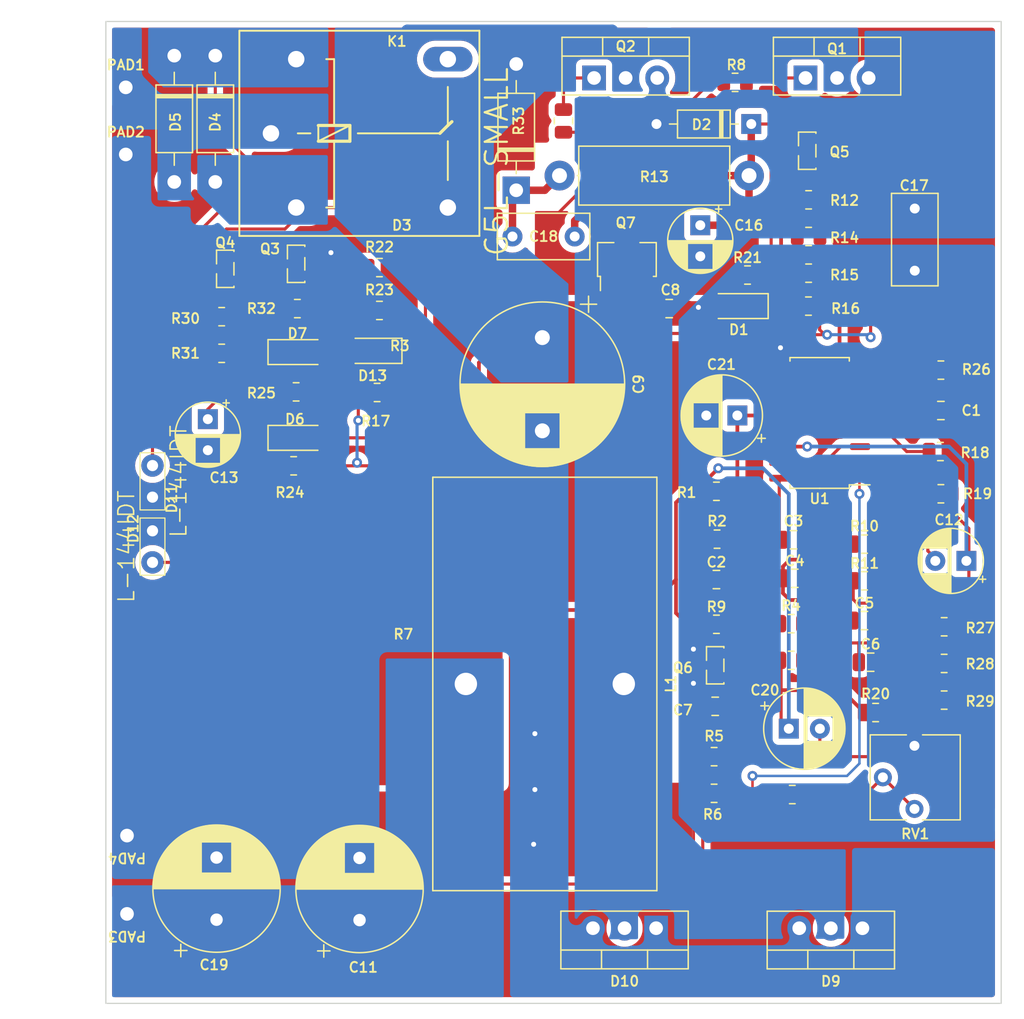
<source format=kicad_pcb>
(kicad_pcb (version 20221018) (generator pcbnew)
  (layers (0 "F.Cu" signal) (31 "B.Cu" signal) (34 "B.Paste" user) (35 "F.Paste" user) (36 "B.SilkS" user "B.Silkscreen") (37 "F.SilkS" user "F.Silkscreen") (38 "B.Mask" user) (39 "F.Mask" user) (44 "Edge.Cuts" user))
  (net 0 "")
  (net 1 "Net-(D6-K)")
  (net 2 "Net-(D4-K)")
  (net 3 "Net-(Q3-C)")
  (net 4 "Net-(Q6-B)")
  (net 6 "Net-(Q6-E)")
  (net 7 "VBUS")
  (net 8 "VCC")
  (net 9 "+VSW")
  (net 10 "Net-(D4-A)")
  (net 11 "GND")
  (net 12 "Net-(U1-CT)")
  (net 13 "FB")
  (net 14 "Net-(C5-Pad2)")
  (net 15 "IN1-")
  (net 16 "Net-(U1-RT)")
  (net 17 "IN1+")
  (net 18 "IN2-")
  (net 19 "IN2+")
  (net 20 "Net-(D12-PadA)")
  (net 21 "Net-(Q3-B)")
  (net 22 "Net-(R7-Pad2)")
  (net 23 "Net-(D7-K)")
  (net 24 "Net-(D13-A)")
  (net 25 "Net-(D13-K)")
  (net 26 "Net-(D11-PadA)")
  (net 27 "Net-(Q1-G)")
  (net 28 "Net-(Q2-G)")
  (net 29 "C2")
  (net 30 "Net-(Q5-B)")
  (net 31 "Net-(Q5-C)")
  (net 32 "Net-(Q7-C)")
  (net 33 "C1")
  (net 34 "L1")
  (net 35 "Net-(D2-K)")
  (net 36 "L2")
  (net 37 "Net-(D3-K)")
  (net 38 "REF")
  (net 39 "Net-(U1-DTC)")
  (net 40 "Net-(R28-Pad2)")
  (net 41 "Net-(D1-K)")
  (footprint "1-Resistor:R_0805_2012Metric" (layer "F.Cu") (at 163.9125 126.9)
    (fp_text reference "R27")
    (fp_text value "R_0805" hide)
  )
  (footprint "1-Resistor:R_0805_2012Metric" (layer "F.Cu") (at 118.3125 108.05)
    (fp_text reference "R17")
    (fp_text value "R_0805" hide)
  )
  (footprint "1-Resistor:R_0805_2012Metric" (layer "F.Cu") (at 163.9125 129.85)
    (fp_text reference "R28")
    (fp_text value "R_0805" hide)
  )
  (footprint "Capacitor_THT:CP_Radial_D10.0mm_P5.00mm" (layer "F.Cu") (at 116.9 150.5 90)
    (fp_text reference "C11")
    (fp_text value "C_Polarized_US")
  )
  (footprint "1-Resistor:R_0805_2012Metric" (layer "F.Cu") (at 153.0125 92.55)
    (fp_text reference "R12")
    (fp_text value "R_0805" hide)
  )
  (footprint "Capacitor_THT:CP_Radial_D5.0mm_P2.50mm" (layer "F.Cu") (at 104.7 110.194888 -90)
    (fp_text reference "C13")
    (fp_text value "C_Polarized_US")
  )
  (footprint "1-Led:LED_3.9x1.9mm" (layer "F.Cu") (at 100.25 115.2 -90)
    (fp_text reference "D11")
    (fp_text value "L-144IDT")
  )
  (footprint "Capacitor_THT:CP_Radial_D10.0mm_P5.00mm" (layer "F.Cu") (at 105.4 150.467677 90)
    (fp_text reference "C19")
    (fp_text value "C_Polarized_US")
  )
  (footprint "1-Transistor:SOT-23-BEC" (layer "F.Cu") (at 106.1 98.1 180)
    (fp_text reference "Q4")
    (fp_text value "NPN_SOT23-3_BEC")
  )
  (footprint "1-Capacitor:C_0805_2012Metric" (layer "F.Cu") (at 163.65 109.5)
    (fp_text reference "C1")
    (fp_text value "C_0805" hide)
  )
  (footprint "1-Led:LED_3.9x1.9mm" (layer "F.Cu") (at 100.25 120.45 90)
    (fp_text reference "D12")
    (fp_text value "L-144IDT")
  )
  (footprint "1-Resistor:R_0805_2012Metric" (layer "F.Cu") (at 118.5 98)
    (fp_text reference "R22")
    (fp_text value "R_0805" hide)
  )
  (footprint "1-Capacitor:C_0805_2012Metric" (layer "F.Cu") (at 145.5 133.3)
    (fp_text reference "C7")
    (fp_text value "C_0805" hide)
  )
  (footprint "1-Resistor:R_0805_2012Metric" (layer "F.Cu") (at 148.1 98.6)
    (fp_text reference "R21")
    (fp_text value "R_0805" hide)
  )
  (footprint "1-Resistor:R_0805_2012Metric" (layer "F.Cu") (at 145.4125 137.35)
    (fp_text reference "R5")
    (fp_text value "R_0805" hide)
  )
  (footprint "Capacitor_THT:CP_Radial_D6.3mm_P2.50mm" (layer "F.Cu") (at 147.282379 109.9 180)
    (fp_text reference "C21")
    (fp_text value "C_Polarized_US")
  )
  (footprint "1-Transistor:SOT-23-BEC" (layer "F.Cu") (at 152.9 88.6 180)
    (fp_text reference "Q5")
    (fp_text value "PNP_SOT-223_BCE")
  )
  (footprint "Diode_SMD:D_SOD-123" (layer "F.Cu") (at 147.4 101.1 180)
    (fp_text reference "D1")
    (fp_text value "1N4148W")
  )
  (footprint "1-Transistor:SOT-23-BEC" (layer "F.Cu") (at 145.5 130 180)
    (fp_text reference "Q6")
    (fp_text value "PNP_SOT-223_BCE")
  )
  (footprint "1-Package_TO_SOT_THT:TO-220-3_Vertical" (layer "F.Cu") (at 152.76 82.745)
    (fp_text reference "Q1")
    (fp_text value "75NF75_TO-220")
  )
  (footprint "1-Resistor:R_0805_2012Metric" (layer "F.Cu") (at 147.1 83.1)
    (fp_text reference "R8")
    (fp_text value "R_0805" hide)
  )
  (footprint "1-Resistor:R_0805_2012Metric" (layer "F.Cu") (at 111.9 101.3)
    (fp_text reference "R32")
    (fp_text value "R_0805" hide)
  )
  (footprint "1-Resistor:R_0805_2012Metric" (layer "F.Cu") (at 158.4 133.8)
    (fp_text reference "R20")
    (fp_text value "R_0805" hide)
  )
  (footprint "1-Resistor:R_0805_2012Metric" (layer "F.Cu") (at 118.5 101.45)
    (fp_text reference "R23")
    (fp_text value "R_0805" hide)
  )
  (footprint "Diode_SMD:D_SOD-123" (layer "F.Cu") (at 111.9 111.7)
    (fp_text reference "D6")
    (fp_text value "1N4148W")
  )
  (footprint "Diode_SMD:D_SMF" (layer "F.Cu") (at 117.95 104.7 180)
    (fp_text reference "D13")
    (fp_text value "BZD27Cxx")
  )
  (footprint "1-Pad:PAD_2.0_1.1" (layer "F.Cu") (at 98.1 88.9)
    (fp_text reference "PAD2")
    (fp_text value "PAD_2.0_1.1")
  )
  (footprint "1-Resistor:R_0805_2012Metric" (layer "F.Cu") (at 153.0125 98.45)
    (fp_text reference "R15")
    (fp_text value "R_0805" hide)
  )
  (footprint "Diode_THT:D_DO-41_SOD81_P10.16mm_Horizontal" (layer "F.Cu") (at 102 80.95 -90)
    (fp_text reference "D5")
    (fp_text value "1N4007")
  )
  (footprint "1-Resistor:R_0805_2012Metric" (layer "F.Cu") (at 151.6125 126.65)
    (fp_text reference "R3")
    (fp_text value "R_0805" hide)
  )
  (footprint "1-Transistor:SOT-23-BEC" (layer "F.Cu") (at 111.8 97.7 180)
    (fp_text reference "Q3")
    (fp_text value "NPN_SOT23-3_BEC")
  )
  (footprint "1-Resistor:R_0805_2012Metric" (layer "F.Cu") (at 145.6 116)
    (fp_text reference "R1")
    (fp_text value "R_0805" hide)
  )
  (footprint "1-Resistor:R_0805_2012Metric" (layer "F.Cu") (at 153.0125 95.5)
    (fp_text reference "R14")
    (fp_text value "R_0805" hide)
  )
  (footprint "Diode_THT:D_DO-41_SOD81_P10.16mm_Horizontal" (layer "F.Cu") (at 105.3 80.95 -90)
    (fp_text reference "D4")
    (fp_text value "1N4007")
  )
  (footprint "1-Resistor:R_0805_2012Metric" (layer "F.Cu") (at 105.8125 101.95)
    (fp_text reference "R30")
    (fp_text value "R_0805" hide)
  )
  (footprint "1-Package_SO:SOIC-16_4.55x10.3mm_P1.27mm" (layer "F.Cu") (at 153.9 110.5 180)
    (fp_text reference "U1")
    (fp_text value "TL494")
  )
  (footprint "1-Resistor:R_0805_2012Metric" (layer "F.Cu") (at 133.3 86.2 90)
    (fp_text reference "R33")
    (fp_text value "R_0805" hide)
  )
  (footprint "1-Resistor:R_Axial_DIN0414_L11.9mm_D4.5mm_P15.24mm_Horizontal_1W" (layer "F.Cu") (at 132.98 90.6)
    (fp_text reference "R13")
    (fp_text value "R_Axial_DIN0414_L11.9mm_D4.5mm_P15.24mm_Horizontal_1W")
  )
  (footprint "1-Package_TO_SOT_THT:TO-220-3_Vertical" (layer "F.Cu") (at 135.76 82.745)
    (fp_text reference "Q2")
    (fp_text value "75NF75_TO-220")
  )
  (footprint "1-Capacitor:C_0805_2012Metric" (layer "F.Cu") (at 157.5 126.4)
    (fp_text reference "C5")
    (fp_text value "C_0805" hide)
  )
  (footprint "1-Resistor:R_0805_2012Metric" (layer "F.Cu") (at 151.6125 129.6)
    (fp_text reference "R4")
    (fp_text value "R_0805" hide)
  )
  (footprint "1-Resistor:R_0805_2012Metric" (layer "F.Cu") (at 145.4125 140.3)
    (fp_text reference "R6")
    (fp_text value "R_0805" hide)
  )
  (footprint "1-Resistor:R_0805_2012Metric" (layer "F.Cu") (at 163.65 106.25)
    (fp_text reference "R26")
    (fp_text value "R_0805" hide)
  )
  (footprint "Capacitor_THT:C_Rect_L7.2mm_W3.5mm_P5.00mm_FKS2_FKP2_MKS2_MKP2" (layer "F.Cu") (at 161.55 93.25 -90)
    (fp_text reference "C17")
    (fp_text value "rect")
  )
  (footprint "1-Capacitor:C_0805_2012Metric" (layer "F.Cu") (at 151.9 123)
    (fp_text reference "C4")
    (fp_text value "C_0805" hide)
  )
  (footprint "1-Resistor:R_0805_2012Metric" (layer "F.Cu") (at 157.5125 123.2)
    (fp_text reference "R11")
    (fp_text value "R_0805" hide)
  )
  (footprint "1-Resistor:Potentiometer_Vishay_T73YP_Vertical" (layer "F.Cu") (at 161.525 136.475 180)
    (fp_text reference "RV1")
    (fp_text value "R_Potentiometer")
  )
  (footprint "1-Resistor:R_0805_2012Metric" (layer "F.Cu") (at 145.6 126.7)
    (fp_text reference "R9")
    (fp_text value "R_0805" hide)
  )
  (footprint "1-Capacitor:C_0805_2012Metric" (layer "F.Cu") (at 158 129.75)
    (fp_text reference "C6")
    (fp_text value "C_0805" hide)
  )
  (footprint "1-Pad:PAD_2.0_1.1" (layer "F.Cu") (at 98.2 143.7 180)
    (fp_text reference "PAD4")
    (fp_text value "PAD_2.0_1.1")
  )
  (footprint "1-Resistor:R_0805_2012Metric" (layer "F.Cu") (at 151.7 140.4)
    (fp_text reference "R7")
    (fp_text value "R_0805" hide)
  )
  (footprint "Capacitor_THT:CP_Radial_D6.3mm_P2.50mm" (layer "F.Cu") (at 151.417621 135.1)
    (fp_text reference "C20")
    (fp_text value "C_Polarized_US")
  )
  (footprint "Diode_SMD:D_SOD-123" (layer "F.Cu") (at 111.9 104.8)
    (fp_text reference "D7")
    (fp_text value "1N4148W")
  )
  (footprint "Capacitor_THT:CP_Radial_D13.0mm_P7.50mm" (layer "F.Cu") (at 131.6 103.634785 -90)
    (fp_text reference "C9")
    (fp_text value "C_Polarized_US")
  )
  (footprint "1-Resistor:R_0805_2012Metric" (layer "F.Cu") (at 111.6 113.95)
    (fp_text reference "R24")
    (fp_text value "R_0805" hide)
  )
  (footprint "1-Resistor:R_0805_2012Metric" (layer "F.Cu") (at 163.65 116.2)
    (fp_text reference "R19")
    (fp_text value "R_0805" hide)
  )
  (footprint "1-Resistor:R_0805_2012Metric" (layer "F.Cu") (at 163.6125 112.8)
    (fp_text reference "R18")
    (fp_text value "R_0805" hide)
  )
  (footprint "1-Resistor:R_0805_2012Metric" (layer "F.Cu") (at 145.65 119.85)
    (fp_text reference "R2")
    (fp_text value "R_0805" hide)
  )
  (footprint "1-Resistor:R_0805_2012Metric" (layer "F.Cu") (at 111.8 108)
    (fp_text reference "R25")
    (fp_text value "R_0805" hide)
  )
  (footprint "Diode_THT:D_DO-41_SOD81_P10.16mm_Horizontal" (layer "F.Cu") (at 129.5 91.78 90)
    (fp_text reference "D3")
    (fp_text value "1N4007")
  )
  (footprint "1-Capacitor:C_0805_2012Metric" (layer "F.Cu") (at 141.8 101.3)
    (fp_text reference "C8")
    (fp_text value "C_0805" hide)
  )
  (footprint "1-Resistor:R_0805_2012Metric" (layer "F.Cu") (at 153 101.1)
    (fp_text reference "R16")
    (fp_text value "R_0805" hide)
  )
  (footprint "Inductor_THT:L_Toroid_Vertical_L33.0mm_W17.8mm_P12.70mm_Pulse_KM-5" (layer "F.Cu") (at 138.15 131.5 -90)
    (fp_text reference "L1")
    (fp_text value "L_Small")
  )
  (footprint "1-Pad:PAD_2.0_1.1" (layer "F.Cu") (at 98.1 83.5)
    (fp_text reference "PAD1")
    (fp_text value "PAD_2.0_1.1")
  )
  (footprint "1-Package_TO_SOT_THT:TO-220-3_Vertical" (layer "F.Cu") (at 140.75 151.15 180)
    (fp_text reference "D10")
    (fp_text value "MBR20100")
  )
  (footprint "1-Resistor:R_0805_2012Metric" (layer "F.Cu") (at 163.9125 132.8 180)
    (fp_text reference "R29")
    (fp_text value "R_0805" hide)
  )
  (footprint "Capacitor_THT:CP_Radial_D5.0mm_P2.50mm" (layer "F.Cu") (at 144.3 94.594888 -90)
    (fp_text reference "C16")
    (fp_text value "C_Polarized_US")
  )
  (footprint "1-Pad:PAD_2.0_1.1" (layer "F.Cu") (at 98.2 150 180)
    (fp_text reference "PAD3")
    (fp_text value "PAD_2.0_1.1")
  )
  (footprint "Capacitor_THT:CP_Radial_D5.0mm_P2.50mm" (layer "F.Cu") (at 165.7 121.6 180)
    (fp_text reference "C12")
    (fp_text value "C_Polarized_US")
  )
  (footprint "Diode_THT:D_DO-35_SOD27_P7.62mm_Horizontal" (layer "F.Cu") (at 148.4 86.45 180)
    (fp_text reference "D2")
    (fp_text value "1N4148")
  )
  (footprint "1-Capacitor:C_0805_2012Metric" (layer "F.Cu") (at 145.6 123.1)
    (fp_text reference "C2")
    (fp_text value "C_0805" hide)
  )
  (footprint "Capacitor_THT:C_Rect_L7.2mm_W3.5mm_P5.00mm_FKS2_FKP2_MKS2_MKP2" (layer "F.Cu") (at 129.2 95.5)
    (fp_text reference "C18")
    (fp_text value "rect")
  )
  (footprint "1-Relay-Eagle:G5LE-SMALL" (layer "F.Cu") (at 119.3 87.2)
    (fp_text reference "K1")
    (fp_text value "G5L-SMALL")
  )
  (footprint "1-Package_TO_SOT_SMD:SOT-89-3" (layer "F.Cu") (at 138.4 97.65 90)
    (fp_text reference "Q7")
    (fp_text value "PXT2222A_SOT-89")
  )
  (footprint "1-Resistor:R_0805_2012Metric" (layer "F.Cu") (at 157.5125 120.25)
    (fp_text reference "R10")
    (fp_text value "R_0805" hide)
  )
  (footprint "1-Package_TO_SOT_THT:TO-220-3_Vertical" (layer "F.Cu") (at 157.34 151.155 180)
    (fp_text reference "D9")
    (fp_text value "MBR20100")
  )
  (footprint "1-Capacitor:C_0805_2012Metric" (layer "F.Cu") (at 151.8 119.9)
    (fp_text reference "C3")
    (fp_text value "C_0805" hide)
  )
  (footprint "1-Resistor:R_0805_2012Metric" (layer "F.Cu") (at 105.8125 104.9)
    (fp_text reference "R31")
    (fp_text value "R_0805" hide)
  )
  (gr_rect (start 96.5 78.2) (end 168.5 157.2) (stroke (width 0.1)) (fill none) (layer "Edge.Cuts"))
  (segment (start 112.6 110) (end 112.7125 109.8875) (width 0.25) (layer "F.Cu") (net 1))
  (segment (start 110.9 110) (end 112.6 110) (width 0.25) (layer "F.Cu") (net 1))
  (segment (start 110.25 110.65) (end 110.9 110) (width 0.25) (layer "F.Cu") (net 1))
  (segment (start 112.7125 109.8875) (end 112.7125 108) (width 0.25) (layer "F.Cu") (net 1))
  (segment (start 110.25 111.7) (end 110.25 110.65) (width 0.25) (layer "F.Cu") (net 1))
  (segment (start 105.3 86.7) (end 105.3 80.95) (width 0.25) (layer "F.Cu") (net 2))
  (segment (start 104.25 101.95) (end 103.5 101.2) (width 0.25) (layer "F.Cu") (net 2))
  (segment (start 107.6 89) (end 105.3 86.7) (width 0.25) (layer "F.Cu") (net 2))
  (segment (start 104.9 101.95) (end 104.25 101.95) (width 0.25) (layer "F.Cu") (net 2))
  (segment (start 103.5 95.6) (end 107.6 91.5) (width 0.25) (layer "F.Cu") (net 2))
  (segment (start 107.6 91.5) (end 107.6 89) (width 0.25) (layer "F.Cu") (net 2))
  (segment (start 104.9 104.9) (end 104.9 101.95) (width 0.25) (layer "F.Cu") (net 2))
  (segment (start 103.5 101.2) (end 103.5 95.6) (width 0.25) (layer "F.Cu") (net 2))
  (segment (start 105.3 80.95) (end 105.91 80.34) (width 0.25) (layer "B.Cu") (net 2))
  (segment (start 105.91 80.34) (end 110.916 80.34) (width 0.25) (layer "B.Cu") (net 2))
  (segment (start 110.916 80.34) (end 111.807 81.231) (width 0.25) (layer "B.Cu") (net 2))
  (segment (start 102 80.95) (end 105.3 80.95) (width 0.25) (layer "B.Cu") (net 2))
  (segment (start 107.1 101.575) (end 107.1 99.05) (width 0.25) (layer "F.Cu") (net 3))
  (segment (start 107.95 99.05) (end 109.3 97.7) (width 0.25) (layer "F.Cu") (net 3))
  (segment (start 109.3 97.7) (end 110.8 97.7) (width 0.25) (layer "F.Cu") (net 3))
  (segment (start 107.1 99.05) (end 107.95 99.05) (width 0.25) (layer "F.Cu") (net 3))
  (segment (start 106.725 101.95) (end 107.1 101.575) (width 0.25) (layer "F.Cu") (net 3))
  (segment (start 153.917621 137.332379) (end 153.9 137.35) (width 0.25) (layer "F.Cu") (net 4))
  (segment (start 146.325 137.35) (end 146.325 133.425) (width 0.25) (layer "F.Cu") (net 4))
  (segment (start 153.9 137.35) (end 158.15 137.35) (width 0.25) (layer "F.Cu") (net 4))
  (segment (start 158.15 137.35) (end 159.3 136.2) (width 0.25) (layer "F.Cu") (net 4))
  (segment (start 146.5 133.25) (end 146.45 133.3) (width 0.25) (layer "F.Cu") (net 4))
  (segment (start 146.325 133.425) (end 146.45 133.3) (width 0.25) (layer "F.Cu") (net 4))
  (segment (start 146.325 137.35) (end 153.9 137.35) (width 0.25) (layer "F.Cu") (net 4))
  (segment (start 153.917621 135.1) (end 153.917621 137.332379) (width 0.25) (layer "F.Cu") (net 4))
  (segment (start 146.5 130.95) (end 146.5 133.25) (width 0.25) (layer "F.Cu") (net 4))
  (segment (start 159.3 136.2) (end 159.3 133.8125) (width 0.25) (layer "F.Cu") (net 4))
  (segment (start 159.3 133.8125) (end 159.3125 133.8) (width 0.25) (layer "F.Cu") (net 4))
  (segment (start 150.05 126.65) (end 150.7 126.65) (width 0.25) (layer "F.Cu") (net 6))
  (segment (start 147.65 129.05) (end 150.05 126.65) (width 0.25) (layer "F.Cu") (net 6))
  (segment (start 146.5 129.05) (end 147.65 129.05) (width 0.25) (layer "F.Cu") (net 6))
  (segment (start 103.4 87.2) (end 109.775 87.2) (width 0.25) (layer "B.Cu") (net 7))
  (segment (start 98.1 83.5) (end 99.7 83.5) (width 0.25) (layer "B.Cu") (net 7))
  (segment (start 102 85.8) (end 101.8 85.6) (width 0.25) (layer "B.Cu") (net 7))
  (segment (start 102 91.11) (end 102 85.8) (width 0.25) (layer "B.Cu") (net 7))
  (segment (start 101.8 85.6) (end 103.4 87.2) (width 0.25) (layer "B.Cu") (net 7))
  (segment (start 99.7 83.5) (end 101.8 85.6) (width 0.25) (layer "B.Cu") (net 7))
  (segment (start 147.282379 109.9) (end 147.282379 115.230121) (width 0.3) (layer "F.Cu") (net 8))
  (segment (start 150.65 109.865) (end 150.615 109.9) (width 0.3) (layer "F.Cu") (net 8))
  (segment (start 147.282379 115.230121) (end 146.5125 116) (width 0.3) (layer "F.Cu") (net 8))
  (segment (start 150.615 109.9) (end 147.282379 109.9) (width 0.3) (layer "F.Cu") (net 8))
  (segment (start 128.515215 103.634785) (end 131.6 103.634785) (width 0.3) (layer "F.Cu") (net 9))
  (segment (start 128.35 125.55) (end 126.5 123.7) (width 0.3) (layer "F.Cu") (net 9))
  (segment (start 145.75 114.15) (end 144.6875 115.2125) (width 0.3) (layer "F.Cu") (net 9))
  (segment (start 150.8 129.7) (end 150.7 129.6) (width 0.25) (layer "F.Cu") (net 9))
  (segment (start 126.5 105.65) (end 128.515215 103.634785) (width 0.3) (layer "F.Cu") (net 9))
  (segment (start 144.6875 126.7) (end 143.25 126.7) (width 0.3) (layer "F.Cu") (net 9))
  (segment (start 143.25 126.7) (end 142.35 125.8) (width 0.3) (layer "F.Cu") (net 9))
  (segment (start 150.8 132) (end 155.6875 132) (width 0.3) (layer "F.Cu") (net 9))
  (segment (start 150.8 132) (end 150.8 134.482379) (width 0.25) (layer "F.Cu") (net 9))
  (segment (start 143.25 116) (end 144.6875 116) (width 0.3) (layer "F.Cu") (net 9))
  (segment (start 126.5 123.7) (end 126.5 105.65) (width 0.3) (layer "F.Cu") (net 9))
  (segment (start 144.6875 115.2125) (end 144.6875 116) (width 0.3) (layer "F.Cu") (net 9))
  (segment (start 150.8 132) (end 150.8 129.7) (width 0.25) (layer "F.Cu") (net 9))
  (segment (start 142.35 125.8) (end 142.35 123.1) (width 0.3) (layer "F.Cu") (net 9))
  (segment (start 150.8 134.482379) (end 151.417621 135.1) (width 0.25) (layer "F.Cu") (net 9))
  (segment (start 142.35 116.9) (end 143.25 116) (width 0.3) (layer "F.Cu") (net 9))
  (segment (start 142.35 123.1) (end 139.9 125.55) (width 0.3) (layer "F.Cu") (net 9))
  (segment (start 155.6875 132) (end 157.4875 133.8) (width 0.3) (layer "F.Cu") (net 9))
  (segment (start 142.35 123.1) (end 142.35 116.9) (width 0.3) (layer "F.Cu") (net 9))
  (segment (start 139.9 125.55) (end 128.35 125.55) (width 0.3) (layer "F.Cu") (net 9))
  (via (at 145.75 114.15) (size 0.8) (drill 0.4) (layers "F.Cu" "B.Cu") (net 9))
  (segment (start 145.75 114.15) (end 149.35 114.15) (width 0.3) (layer "B.Cu") (net 9))
  (segment (start 151.417621 116.217621) (end 151.417621 135.1) (width 0.3) (layer "B.Cu") (net 9))
  (segment (start 119.3 80.4) (end 120.75 78.95) (width 1) (layer "B.Cu") (net 9))
  (segment (start 123.999 99.649) (end 127.984785 103.634785) (width 1) (layer "B.Cu") (net 9))
  (segment (start 149.35 114.15) (end 151.417621 116.217621) (width 0.3) (layer "B.Cu") (net 9))
  (segment (start 123.999 86.501) (end 123.999 93.169) (width 0.3) (layer "B.Cu") (net 9))
  (segment (start 128.88 81.62) (end 129.5 81.62) (width 0.3) (layer "B.Cu") (net 9))
  (segment (start 123.999 93.169) (end 123.999 99.649) (width 1) (layer "B.Cu") (net 9))
  (segment (start 120.75 78.95) (end 137.2 78.95) (width 1) (layer "B.Cu") (net 9))
  (segment (start 155.3 82.745) (end 155.3 80.55) (width 1) (layer "B.Cu") (net 9))
  (segment (start 154.2 79.45) (end 138.85 79.45) (width 1) (layer "B.Cu") (net 9))
  (segment (start 127.984785 103.634785) (end 131.6 103.634785) (width 1) (layer "B.Cu") (net 9))
  (segment (start 119.3 91.8) (end 119.3 80.4) (width 1) (layer "B.Cu") (net 9))
  (segment (start 123.999 93.169) (end 120.669 93.169) (width 1) (layer "B.Cu") (net 9))
  (segment (start 120.669 93.169) (end 119.3 91.8) (width 1) (layer "B.Cu") (net 9))
  (segment (start 138.85 79.45) (end 138.3 80) (width 1) (layer "B.Cu") (net 9))
  (segment (start 123.999 86.501) (end 128.88 81.62) (width 0.3) (layer "B.Cu") (net 9))
  (segment (start 138.3 80) (end 138.3 82.745) (width 1) (layer "B.Cu") (net 9))
  (segment (start 137.2 78.95) (end 138.25 80) (width 1) (layer "B.Cu") (net 9))
  (segment (start 155.3 80.55) (end 154.2 79.45) (width 1) (layer "B.Cu") (net 9))
  (segment (start 138.25 80) (end 138.3 80) (width 1) (layer "B.Cu") (net 9))
  (segment (start 113.55 111.7) (end 120.6 111.7) (width 0.25) (layer "F.Cu") (net 10))
  (segment (start 106.2 94.9) (end 110.9 94.9) (width 0.25) (layer "F.Cu") (net 10))
  (segment (start 110.9 94.9) (end 111.807 93.993) (width 0.25) (layer "F.Cu") (net 10))
  (segment (start 122.2 97.7) (end 117.669 93.169) (width 0.25) (layer "F.Cu") (net 10))
  (segment (start 105.1 98.1) (end 105.1 96) (width 0.25) (layer "F.Cu") (net 10))
  (segment (start 117.669 93.169) (end 111.807 93.169) (width 0.25) (layer "F.Cu") (net 10))
  (segment (start 111.807 93.993) (end 111.807 93.169) (width 0.25) (layer "F.Cu") (net 10))
  (segment (start 120.6 111.7) (end 122.2 110.1) (width 0.25) (layer "F.Cu") (net 10))
  (segment (start 122.2 110.1) (end 122.2 97.7) (width 0.25) (layer "F.Cu") (net 10))
  (segment (start 105.1 96) (end 106.2 94.9) (width 0.25) (layer "F.Cu") (net 10))
  (segment (start 105.3 91.11) (end 105.91 90.5) (width 0.25) (layer "B.Cu") (net 10))
  (segment (start 110.6 90.5) (end 111.807 91.707) (width 0.25) (layer "B.Cu") (net 10))
  (segment (start 111.807 91.707) (end 111.807 93.169) (width 0.25) (layer "B.Cu") (net 10))
  (segment (start 105.91 90.5) (end 110.6 90.5) (width 0.25) (layer "B.Cu") (net 10))
  (segment (start 152.3 106.2) (end 152.3 107.1) (width 0.3) (layer "F.Cu") (net 11))
  (segment (start 142.7 99.525) (end 142.7 101.25) (width 0.6) (layer "F.Cu") (net 11))
  (segment (start 157.15 107.325) (end 152.375 107.325) (width 0.3) (layer "F.Cu") (net 11))
  (segment (start 151.9 111.2) (end 150.715 111.2) (width 0.3) (layer "F.Cu") (net 11))
  (segment (start 150.715 111.2) (end 150.65 111.135) (width 0.3) (layer "F.Cu") (net 11))
  (segment (start 152.3 107.1) (end 152.3 107.4) (width 0.3) (layer "F.Cu") (net 11))
  (segment (start 152.075 107.325) (end 150.65 107.325) (width 0.3) (layer "F.Cu") (net 11))
  (segment (start 152.3 107.4) (end 152.3 110.8) (width 0.3) (layer "F.Cu") (net 11))
  (segment (start 152.375 107.325) (end 152.3 107.4) (width 0.3) (layer "F.Cu") (net 11))
  (segment (start 150.65 106.055) (end 152.155 106.055) (width 0.3) (layer "F.Cu") (net 11))
  (segment (start 152.3 110.8) (end 151.9 111.2) (width 0.3) (layer "F.Cu") (net 11))
  (segment (start 152.155 106.055) (end 152.3 106.2) (width 0.3) (layer "F.Cu") (net 11))
  (segment (start 152.3 107.1) (end 152.075 107.325) (width 0.3) (layer "F.Cu") (net 11))
  (segment (start 140.125 99.525) (end 142.7 99.525) (width 0.6) (layer "F.Cu") (net 11))
  (segment (start 139.9 99.3) (end 140.125 99.525) (width 0.6) (layer "F.Cu") (net 11))
  (segment (start 142.7 101.25) (end 142.75 101.3) (width 0.6) (layer "F.Cu") (net 11))
  (via (at 143.75 128.7) (size 0.8) (drill 0.4) (layers "F.Cu" "B.Cu") (net 11))
  (via (at 144.15 101.2) (size 0.8) (drill 0.4) (layers "F.Cu" "B.Cu") (net 11))
  (via (at 114.6 96.8) (size 0.8) (drill 0.4) (layers "F.Cu" "B.Cu") (net 11))
  (via (at 143.75 131.45) (size 0.8) (drill 0.4) (layers "F.Cu" "B.Cu") (net 11))
  (via (at 131 140) (size 0.8) (drill 0.4) (layers "F.Cu" "B.Cu") (net 11))
  (via (at 150.75 104.45) (size 0.8) (drill 0.4) (layers "F.Cu" "B.Cu") (net 11))
  (via (at 131 135.5) (size 0.8) (drill 0.4) (layers "F.Cu" "B.Cu") (net 11))
  (via (at 130.9 144.4) (size 0.8) (drill 0.4) (layers "F.Cu" "B.Cu") (net 11))
  (segment (start 162.3 109.9) (end 157.185 109.9) (width 0.25) (layer "F.Cu") (net 12))
  (segment (start 162.7 109.5) (end 162.3 109.9) (width 0.25) (layer "F.Cu") (net 12))
  (segment (start 157.185 109.9) (end 157.15 109.865) (width 0.25) (layer "F.Cu") (net 12))
  (segment (start 154.7 123.1) (end 154.7 120.3) (width 0.25) (layer "F.Cu") (net 13))
  (segment (start 155.3 126.4) (end 154.7 125.8) (width 0.25) (layer "F.Cu") (net 13))
  (segment (start 152.85 123) (end 154.6 123) (width 0.25) (layer "F.Cu") (net 13))
  (segment (start 156.55 126.4) (end 155.3 126.4) (width 0.25) (layer "F.Cu") (net 13))
  (segment (start 154.6 123) (end 154.7 123.1) (width 0.25) (layer "F.Cu") (net 13))
  (segment (start 154.7 113.3) (end 155.595 112.405) (width 0.25) (layer "F.Cu") (net 13))
  (segment (start 154.75 120.25) (end 154.7 120.3) (width 0.25) (layer "F.Cu") (net 13))
  (segment (start 154.7 125.8) (end 154.7 123.1) (width 0.25) (layer "F.Cu") (net 13))
  (segment (start 156.6 120.25) (end 154.75 120.25) (width 0.25) (layer "F.Cu") (net 13))
  (segment (start 155.595 112.405) (end 157.15 112.405) (width 0.25) (layer "F.Cu") (net 13))
  (segment (start 154.7 120.3) (end 154.7 113.3) (width 0.25) (layer "F.Cu") (net 13))
  (segment (start 156.9 125) (end 158.2 125) (width 0.25) (layer "F.Cu") (net 14))
  (segment (start 158.2 125) (end 158.45 125.25) (width 0.25) (layer "F.Cu") (net 14))
  (segment (start 158.45 125.25) (end 158.45 126.4) (width 0.25) (layer "F.Cu") (net 14))
  (segment (start 156.6 123.2) (end 156.6 124.7) (width 0.25) (layer "F.Cu") (net 14))
  (segment (start 156.6 124.7) (end 156.9 125) (width 0.25) (layer "F.Cu") (net 14))
  (segment (start 163 124.9) (end 161.3 123.2) (width 0.2) (layer "F.Cu") (net 15))
  (segment (start 157.775 113.675) (end 158.7 114.6) (width 0.2) (layer "F.Cu") (net 15))
  (segment (start 163 126.9) (end 163 124.9) (width 0.2) (layer "F.Cu") (net 15))
  (segment (start 158.7 114.6) (end 158.7 119.975) (width 0.2) (layer "F.Cu") (net 15))
  (segment (start 158.7 119.975) (end 158.425 120.25) (width 0.2) (layer "F.Cu") (net 15))
  (segment (start 157.15 113.675) (end 157.775 113.675) (width 0.2) (layer "F.Cu") (net 15))
  (segment (start 158.425 123.2) (end 158.425 120.25) (width 0.2) (layer "F.Cu") (net 15))
  (segment (start 161.3 123.2) (end 158.425 123.2) (width 0.2) (layer "F.Cu") (net 15))
  (segment (start 162.6875 106.3) (end 161.2 106.3) (width 0.25) (layer "F.Cu") (net 16))
  (segment (start 161.2 106.3) (end 158.905 108.595) (width 0.25) (layer "F.Cu") (net 16))
  (segment (start 162.7375 106.25) (end 162.6875 106.3) (width 0.25) (layer "F.Cu") (net 16))
  (segment (start 158.905 108.595) (end 157.15 108.595) (width 0.25) (layer "F.Cu") (net 16))
  (segment (start 157.1 114.995) (end 157.15 114.945) (width 0.2) (layer "F.Cu") (net 17))
  (segment (start 150.7875 140.4) (end 148.5 140.4) (width 0.2) (layer "F.Cu") (net 17))
  (segment (start 157.1 116.2) (end 157.1 114.995) (width 0.2) (layer "F.Cu") (net 17))
  (segment (start 148.5 140.4) (end 148.5 138.9) (width 0.2) (layer "F.Cu") (net 17))
  (segment (start 146.425 140.4) (end 146.325 140.3) (width 0.2) (layer "F.Cu") (net 17))
  (segment (start 148.5 140.4) (end 146.425 140.4) (width 0.2) (layer "F.Cu") (net 17))
  (via (at 157.1 116.2) (size 0.8) (drill 0.4) (layers "F.Cu" "B.Cu") (net 17))
  (via (at 148.5 138.9) (size 0.8) (drill 0.4) (layers "F.Cu" "B.Cu") (net 17))
  (segment (start 156.1 138.9) (end 157.1 137.9) (width 0.2) (layer "B.Cu") (net 17))
  (segment (start 148.5 138.9) (end 156.1 138.9) (width 0.2) (layer "B.Cu") (net 17))
  (segment (start 157.1 137.9) (end 157.1 116.2) (width 0.2) (layer "B.Cu") (net 17))
  (segment (start 152.525 128.2) (end 152.525 126.65) (width 0.25) (layer "F.Cu") (net 18))
  (segment (start 152.9 114.5) (end 152.9 119.75) (width 0.3) (layer "F.Cu") (net 18))
  (segment (start 157 128.2) (end 152.525 128.2) (width 0.25) (layer "F.Cu") (net 18))
  (segment (start 163 128.95) (end 162.25 128.2) (width 0.25) (layer "F.Cu") (net 18))
  (segment (start 162.25 128.2) (end 157 128.2) (width 0.25) (layer "F.Cu") (net 18))
  (segment (start 151.5 124.75) (end 152.1 124.75) (width 0.3) (layer "F.Cu") (net 18))
  (segment (start 152.1 124.75) (end 152.525 125.175) (width 0.3) (layer "F.Cu") (net 18))
  (segment (start 152.55 121.5) (end 152.75 121.3) (width 0.3) (layer "F.Cu") (net 18))
  (segment (start 152.525 129.6) (end 152.525 128.2) (width 0.25) (layer "F.Cu") (net 18))
  (segment (start 151.5 121.5) (end 152.55 121.5) (width 0.3) (layer "F.Cu") (net 18))
  (segment (start 157.05 128.25) (end 157 128.2) (width 0.25) (layer "F.Cu") (net 18))
  (segment (start 163 129.85) (end 163 128.95) (width 0.25) (layer "F.Cu") (net 18))
  (segment (start 150.65 113.675) (end 152.075 113.675) (width 0.3) (layer "F.Cu") (net 18))
  (segment (start 150.95 123) (end 150.95 122.05) (width 0.3) (layer "F.Cu") (net 18))
  (segment (start 152.9 119.75) (end 152.75 119.9) (width 0.3) (layer "F.Cu") (net 18))
  (segment (start 152.525 125.175) (end 152.525 126.65) (width 0.3) (layer "F.Cu") (net 18))
  (segment (start 152.75 121.3) (end 152.75 119.9) (width 0.3) (layer "F.Cu") (net 18))
  (segment (start 150.95 122.05) (end 151.5 121.5) (width 0.3) (layer "F.Cu") (net 18))
  (segment (start 152.075 113.675) (end 152.9 114.5) (width 0.3) (layer "F.Cu") (net 18))
  (segment (start 150.95 124.2) (end 151.5 124.75) (width 0.3) (layer "F.Cu") (net 18))
  (segment (start 150.95 123) (end 150.95 124.2) (width 0.3) (layer "F.Cu") (net 18))
  (segment (start 157.05 129.75) (end 157.05 128.25) (width 0.25) (layer "F.Cu") (net 18))
  (segment (start 146.5 123.05) (end 146.55 123.1) (width 0.25) (layer "F.Cu") (net 19))
  (segment (start 146.55 126.6625) (end 146.5125 126.7) (width 0.25) (layer "F.Cu") (net 19))
  (segment (start 146.6125 119.9) (end 146.5625 119.85) (width 0.25) (layer "F.Cu") (net 19))
  (segment (start 150.65 114.945) (end 150.65 119.7) (width 0.25) (layer "F.Cu") (net 19))
  (segment (start 150.85 119.9) (end 146.6125 119.9) (width 0.25) (layer "F.Cu") (net 19))
  (segment (start 146.55 123.1) (end 146.55 126.6625) (width 0.25) (layer "F.Cu") (net 19))
  (segment (start 146.5625 119.85) (end 146.5 119.9125) (width 0.25) (layer "F.Cu") (net 19))
  (segment (start 146.5 119.9125) (end 146.5 123.05) (width 0.25) (layer "F.Cu") (net 19))
  (segment (start 150.65 119.7) (end 150.85 119.9) (width 0.25) (layer "F.Cu") (net 19))
  (segment (start 110.6875 119.2625) (end 108.23 121.72) (width 0.25) (layer "F.Cu") (net 20))
  (segment (start 110.6875 113.95) (end 110.6875 119.2625) (width 0.25) (layer "F.Cu") (net 20))
  (segment (start 108.23 121.72) (end 100.25 121.72) (width 0.25) (layer "F.Cu") (net 20))
  (segment (start 110.9875 101.3) (end 110.9875 99.6125) (width 0.25) (layer "F.Cu") (net 21))
  (segment (start 111.95 98.65) (end 112.8 98.65) (width 0.25) (layer "F.Cu") (net 21))
  (segment (start 110.9875 99.6125) (end 111.95 98.65) (width 0.25) (layer "F.Cu") (net 21))
  (segment (start 157.8 140.3) (end 152.7125 140.3) (width 0.25) (layer "F.Cu") (net 22))
  (segment (start 158.985 139.015) (end 157.8 140.2) (width 0.25) (layer "F.Cu") (net 22))
  (segment (start 161.525 141.555) (end 158.985 139.015) (width 0.25) (layer "F.Cu") (net 22))
  (segment (start 161.525 141.125) (end 161.5 141.1) (width 0.25) (layer "F.Cu") (net 22))
  (segment (start 157.8 140.2) (end 157.8 140.3) (width 0.25) (layer "F.Cu") (net 22))
  (segment (start 152.7125 140.3) (end 152.6125 140.4) (width 0.25) (layer "F.Cu") (net 22))
  (segment (start 110.6 103.1) (end 112.6 103.1) (width 0.25) (layer "F.Cu") (net 23))
  (segment (start 113.6 101.3) (end 116.9 98) (width 0.25) (layer "F.Cu") (net 23))
  (segment (start 110.1 107.2125) (end 110.1 104.95) (width 0.25) (layer "F.Cu") (net 23))
  (segment (start 106.1 108) (end 110.8875 108) (width 0.25) (layer "F.Cu") (net 23))
  (segment (start 110.25 104.8) (end 110.25 103.45) (width 0.25) (layer "F.Cu") (net 23))
  (segment (start 110.1 104.95) (end 110.25 104.8) (width 0.25) (layer "F.Cu") (net 23))
  (segment (start 116.9 98) (end 117.5875 98) (width 0.25) (layer "F.Cu") (net 23))
  (segment (start 112.9 102.8) (end 112.9 101.3875) (width 0.25) (layer "F.Cu") (net 23))
  (segment (start 110.8875 108) (end 110.1 107.2125) (width 0.25) (layer "F.Cu") (net 23))
  (segment (start 104.7 109.4) (end 106.1 108) (width 0.25) (layer "F.Cu") (net 23))
  (segment (start 110.25 103.45) (end 110.6 103.1) (width 0.25) (layer "F.Cu") (net 23))
  (segment (start 104.7 110.194888) (end 104.7 109.4) (width 0.25) (layer "F.Cu") (net 23))
  (segment (start 112.6 103.1) (end 112.9 102.8) (width 0.25) (layer "F.Cu") (net 23))
  (segment (start 112.9 101.3875) (end 112.8125 101.3) (width 0.25) (layer "F.Cu") (net 23))
  (segment (start 112.8125 101.3) (end 113.6 101.3) (width 0.25) (layer "F.Cu") (net 23))
  (segment (start 116.5 104.7) (end 113.65 104.7) (width 0.25) (layer "F.Cu") (net 24))
  (segment (start 113.65 104.7) (end 113.55 104.8) (width 0.25) (layer "F.Cu") (net 24))
  (segment (start 119.225 108.05) (end 119.4 107.875) (width 0.25) (layer "F.Cu") (net 25))
  (segment (start 119.4 104.7) (end 119.4 101.4625) (width 0.25) (layer "F.Cu") (net 25))
  (segment (start 119.4 107.875) (end 119.4 104.7) (width 0.25) (layer "F.Cu") (net 25))
  (segment (start 119.4 101.4625) (end 119.4125 101.45) (width 0.25) (layer "F.Cu") (net 25))
  (segment (start 102.1 106.9) (end 104.725 106.9) (width 0.25) (layer "F.Cu") (net 26))
  (segment (start 100.25 108.75) (end 102.1 106.9) (width 0.25) (layer "F.Cu") (net 26))
  (segment (start 104.725 106.9) (end 106.725 104.9) (width 0.25) (layer "F.Cu") (net 26))
  (segment (start 100.25 113.93) (end 100.25 108.75) (width 0.25) (layer "F.Cu") (net 26))
  (segment (start 148.3675 82.745) (end 148.0125 83.1) (width 0.25) (layer "F.Cu") (net 27))
  (segment (start 152.76 82.745) (end 148.3675 82.745) (width 0.25) (layer "F.Cu") (net 27))
  (segment (start 134.155 82.745) (end 135.76 82.745) (width 0.25) (layer "F.Cu") (net 28))
  (segment (start 133.3 83.6) (end 134.155 82.745) (width 0.25) (layer "F.Cu") (net 28))
  (segment (start 133.3 85.2875) (end 133.3 83.6) (width 0.25) (layer "F.Cu") (net 28))
  (segment (start 158 103.6) (end 158 97.2) (width 0.25) (layer "F.Cu") (net 29))
  (segment (start 149.7 103.4) (end 154.5 103.4) (width 0.25) (layer "F.Cu") (net 29))
  (segment (start 152.5 96.9) (end 152.1 96.5) (width 0.25) (layer "F.Cu") (net 29))
  (segment (start 149.1 104) (end 149.7 103.4) (width 0.25) (layer "F.Cu") (net 29))
  (segment (start 157.7 96.9) (end 152.5 96.9) (width 0.25) (layer "F.Cu") (net 29))
  (segment (start 154.4 103.3) (end 154.5 103.4) (width 0.25) (layer "F.Cu") (net 29))
  (segment (start 149.1 108.1) (end 149.595 108.595) (width 0.25) (layer "F.Cu") (net 29))
  (segment (start 158 97.2) (end 157.7 96.9) (width 0.25) (layer "F.Cu") (net 29))
  (segment (start 154.3 103.4) (end 153.9 103) (width 0.25) (layer "F.Cu") (net 29))
  (segment (start 153.9 103) (end 153.9 101.1125) (width 0.25) (layer "F.Cu") (net 29))
  (segment (start 153.9 101.1125) (end 153.9125 101.1) (width 0.25) (layer "F.Cu") (net 29))
  (segment (start 154.5 103.4) (end 154.3 103.4) (width 0.25) (layer "F.Cu") (net 29))
  (segment (start 152.1 96.5) (end 152.1 95.5) (width 0.25) (layer "F.Cu") (net 29))
  (segment (start 149.595 108.595) (end 150.65 108.595) (width 0.25) (layer "F.Cu") (net 29))
  (segment (start 149.1 104) (end 149.1 108.1) (width 0.25) (layer "F.Cu") (net 29))
  (via (at 158 103.6) (size 0.8) (drill 0.4) (layers "F.Cu" "B.Cu") (net 29))
  (via (at 154.5 103.4) (size 0.8) (drill 0.4) (layers "F.Cu" "B.Cu") (net 29))
  (segment (start 157.8 103.4) (end 158 103.6) (width 0.25) (layer "B.Cu") (net 29))
  (segment (start 154.5 103.4) (end 157.8 103.4) (width 0.25) (layer "B.Cu") (net 29))
  (segment (start 152.1 91.3) (end 152.3 91.1) (width 0.25) (layer "F.Cu") (net 30))
  (segment (start 152.3 91.1) (end 153.7 91.1) (width 0.25) (layer "F.Cu") (net 30))
  (segment (start 152.1 98.45) (end 151.15 98.45) (width 0.3) (layer "F.Cu") (net 30))
  (segment (start 150.8 98.1) (end 150.8 92.8) (width 0.3) (layer "F.Cu") (net 30))
  (segment (start 152.1 92.55) (end 152.1 91.3) (width 0.25) (layer "F.Cu") (net 30))
  (segment (start 151.05 92.55) (end 152.1 92.55) (width 0.3) (layer "F.Cu") (net 30))
  (segment (start 153.7 91.1) (end 153.9 90.9) (width 0.25) (layer "F.Cu") (net 30))
  (segment (start 151.15 98.45) (end 150.8 98.1) (width 0.3) (layer "F.Cu") (net 30))
  (segment (start 150.8 92.8) (end 151.05 92.55) (width 0.3) (layer "F.Cu") (net 30))
  (segment (start 153.9 90.9) (end 153.9 89.55) (width 0.25) (layer "F.Cu") (net 30))
  (segment (start 150 88.6) (end 151.9 88.6) (width 0.25) (layer "F.Cu") (net 31))
  (segment (start 150 98.1) (end 150 88.6) (width 0.25) (layer "F.Cu") (net 31))
  (segment (start 149.0125 98.6) (end 149.5 98.6) (width 0.25) (layer "F.Cu") (net 31))
  (segment (start 149.5 98.6) (end 150 98.1) (width 0.25) (layer "F.Cu") (net 31))
  (segment (start 134.8 85.2) (end 135.2 84.8) (width 0.25) (layer "F.Cu") (net 32))
  (segment (start 134.8 87.1) (end 134.8 85.2) (width 0.25) (layer "F.Cu") (net 32))
  (segment (start 135.2 84.8) (end 143.4 84.8) (width 0.25) (layer "F.Cu") (net 32))
  (segment (start 138.4 97.3) (end 138.4 99.2125) (width 0.25) (layer "F.Cu") (net 32))
  (segment (start 135.2 91.3) (end 131.7 94.8) (width 0.25) (layer "F.Cu") (net 32))
  (segment (start 135.2 87.525) (end 135.2 91.3) (width 0.25) (layer "F.Cu") (net 32))
  (segment (start 132.4 97.2) (end 136.3875 97.2) (width 0.25) (layer "F.Cu") (net 32))
  (segment (start 131.7 94.8) (end 131.7 96.5) (width 0.25) (layer "F.Cu") (net 32))
  (segment (start 131.7 96.5) (end 132.4 97.2) (width 0.25) (layer "F.Cu") (net 32))
  (segment (start 133.3 87.1125) (end 134.7875 87.1125) (width 0.25) (layer "F.Cu") (net 32))
  (segment (start 134.7875 87.1125) (end 135.2 87.525) (width 0.25) (layer "F.Cu") (net 32))
  (segment (start 146.8875 98.9) (end 142.3 98.9) (width 0.25) (layer "F.Cu") (net 32))
  (segment (start 145.1 83.1) (end 146.1875 83.1) (width 0.25) (layer "F.Cu") (net 32))
  (segment (start 142.3 98.9) (end 140.7 97.3) (width 0.25) (layer "F.Cu") (net 32))
  (segment (start 140.7 97.3) (end 138.4 97.3) (width 0.25) (layer "F.Cu") (net 32))
  (segment (start 147.1875 98.6) (end 146.8875 98.9) (width 0.25) (layer "F.Cu") (net 32))
  (segment (start 136.3875 97.2) (end 138.4 99.2125) (width 0.25) (layer "F.Cu") (net 32))
  (segment (start 134.7875 87.1125) (end 134.8 87.1) (width 0.25) (layer "F.Cu") (net 32))
  (segment (start 143.4 84.8) (end 145.1 83.1) (width 0.25) (layer "F.Cu") (net 32))
  (segment (start 154.95 98.45) (end 155.5 99) (width 0.3) (layer "F.Cu") (net 33))
  (segment (start 155.955 106.055) (end 157.15 106.055) (width 0.3) (layer "F.Cu") (net 33))
  (segment (start 153.925 98.45) (end 154.95 98.45) (width 0.3) (layer "F.Cu") (net 33))
  (segment (start 155.5 99) (end 155.5 105.6) (width 0.3) (layer "F.Cu") (net 33))
  (segment (start 155.5 105.6) (end 155.955 106.055) (width 0.3) (layer "F.Cu") (net 33))
  (segment (start 116.8 108.65) (end 117.4 108.05) (width 0.25) (layer "F.Cu") (net 34))
  (segment (start 122.05 113.95) (end 112.5125 113.95) (width 0.25) (layer "F.Cu") (net 34))
  (segment (start 144.5 140.3) (end 144.5 145.2) (width 0.25) (layer "F.Cu") (net 34))
  (segment (start 125.45 131.5) (end 125.25 131.3) (width 0.25) (layer "F.Cu") (net 34))
  (segment (start 125.45 144.85) (end 125.45 131.5) (width 0.25) (layer "F.Cu") (net 34))
  (segment (start 128.2 147.6) (end 125.45 144.85) (width 0.25) (layer "F.Cu") (net 34))
  (segment (start 125.25 117.15) (end 122.05 113.95) (width 0.25) (layer "F.Cu") (net 34))
  (segment (start 116.8 110.3) (end 116.8 108.65) (width 0.25) (layer "F.Cu") (net 34))
  (segment (start 144.5 145.2) (end 142.1 147.6) (width 0.25) (layer "F.Cu") (net 34))
  (segment (start 144.5 140.3) (end 144.5 137.35) (width 0.25) (layer "F.Cu") (net 34))
  (segment (start 142.1 147.6) (end 128.2 147.6) (width 0.25) (layer "F.Cu") (net 34))
  (segment (start 125.25 131.3) (end 125.25 117.15) (width 0.25) (layer "F.Cu") (net 34))
  (via (at 116.7 113.7) (size 0.8) (drill 0.4) (layers "F.Cu" "B.Cu") (net 34))
  (via (at 116.8 110.3) (size 0.8) (drill 0.4) (layers "F.Cu" "B.Cu") (net 34))
  (segment (start 105.4 150.467677) (end 116.867677 150.467677) (width 0.25) (layer "B.Cu") (net 34))
  (segment (start 104.932323 150) (end 105.4 150.467677) (width 0.25) (layer "B.Cu") (net 34))
  (segment (start 116.7 113.7) (end 116.7 110.4) (width 0.25) (layer "B.Cu") (net 34))
  (segment (start 125.8 145.7) (end 125.8 131.85) (width 0.25) (layer "B.Cu") (net 34))
  (segment (start 125.8 131.85) (end 125.45 131.5) (width 0.25) (layer "B.Cu") (net 34))
  (segment (start 117 150.4) (end 121.1 150.4) (width 0.25) (layer "B.Cu") (net 34))
  (segment (start 116.867677 150.467677) (end 116.9 150.5) (width 0.25) (layer "B.Cu") (net 34))
  (segment (start 98.2 150) (end 104.932323 150) (width 0.25) (layer "B.Cu") (net 34))
  (segment (start 116.7 110.4) (end 116.8 110.3) (width 0.25) (layer "B.Cu") (net 34))
  (segment (start 121.1 150.4) (end 125.8 145.7) (width 0.25) (layer "B.Cu") (net 34))
  (segment (start 116.9 150.5) (end 117 150.4) (width 0.25) (layer "B.Cu") (net 34))
  (segment (start 137.85 90.6) (end 148.22 90.6) (width 0.6) (layer "F.Cu") (net 35))
  (segment (start 153.925 92.55) (end 155.25 92.55) (width 0.25) (layer "F.Cu") (net 35))
  (segment (start 144.3 94.594888) (end 146.305112 94.594888) (width 0.6) (layer "F.Cu") (net 35))
  (segment (start 155.25 92.55) (end 155.8 92) (width 0.25) (layer "F.Cu") (net 35))
  (segment (start 153.65 86.45) (end 153.9 86.7) (width 0.25) (layer "F.Cu") (net 35))
  (segment (start 153.925 95.5) (end 153.925 92.55) (width 0.25) (layer "F.Cu") (net 35))
  (segment (start 154.95 87.65) (end 153.9 87.65) (width 0.25) (layer "F.Cu") (net 35))
  (segment (start 155.8 92) (end 155.8 88.5) (width 0.25) (layer "F.Cu") (net 35))
  (segment (start 148.4 90.42) (end 148.4 86.45) (width 0.6) (layer "F.Cu") (net 35))
  (segment (start 148.22 92.68) (end 148.22 90.6) (width 0.6) (layer "F.Cu") (net 35))
  (segment (start 153.9 86.7) (end 153.9 87.65) (width 0.25) (layer "F.Cu") (net 35))
  (segment (start 134.2 95.5) (end 134.2 94.25) (width 0.6) (layer "F.Cu") (net 35))
  (segment (start 148.22 90.6) (end 148.4 90.42) (width 0.6) (layer "F.Cu") (net 35))
  (segment (start 146.305112 94.594888) (end 148.22 92.68) (width 0.6) (layer "F.Cu") (net 35))
  (segment (start 134.2 94.25) (end 137.85 90.6) (width 0.6) (layer "F.Cu") (net 35))
  (segment (start 155.8 88.5) (end 154.95 87.65) (width 0.25) (layer "F.Cu") (net 35))
  (segment (start 148.4 86.45) (end 153.65 86.45) (width 0.25) (layer "F.Cu") (net 35))
  (segment (start 159.4 86.2) (end 156.3 86.2) (width 1) (layer "B.Cu") (net 36))
  (segment (start 140.84 82.745) (end 140.84 86.39) (width 1) (layer "B.Cu") (net 36))
  (segment (start 161.55 93.25) (end 161.55 88.35) (width 1) (layer "B.Cu") (net 36))
  (segment (start 154.8 151.155) (end 154.8 148.85) (width 1) (layer "B.Cu") (net 36))
  (segment (start 138.15 146.65) (end 138.15 151.09) (width 1) (layer "B.Cu") (net 36))
  (segment (start 138.15 146.65) (end 139.05 147.55) (width 1) (layer "B.Cu") (net 36))
  (segment (start 138.15 151.09) (end 138.21 151.15) (width 1) (layer "B.Cu") (net 36))
  (segment (start 157.84 85.21) (end 156.85 86.2) (width 1) (layer "B.Cu") (net 36))
  (segment (start 138.15 131.5) (end 138.15 97.1) (width 1) (layer "B.Cu") (net 36))
  (segment (start 144.1 86.45) (end 140.78 86.45) (width 1) (layer "B.Cu") (net 36))
  (segment (start 154.8 148.85) (end 153.5 147.55) (width 1) (layer "B.Cu") (net 36))
  (segment (start 139.7 86.45) (end 140.78 86.45) (width 1) (layer "B.Cu") (net 36))
  (segment (start 153.5 147.55) (end 139.05 147.55) (width 1) (layer "B.Cu") (net 36))
  (segment (start 144.3 97.094888) (end 138.155112 97.094888) (width 1) (layer "B.Cu") (net 36))
  (segment (start 146.35 84.2) (end 144.1 86.45) (width 1) (layer "B.Cu") (net 36))
  (segment (start 138.155112 97.094888) (end 138.15 97.1) (width 1) (layer "B.Cu") (net 36))
  (segment (start 138.15 97.1) (end 138.15 88) (width 1) (layer "B.Cu") (net 36))
  (segment (start 138.15 131.5) (end 138.15 146.65) (width 1) (layer "B.Cu") (net 36))
  (segment (start 149.85 84.2) (end 146.35 84.2) (width 1) (layer "B.Cu") (net 36))
  (segment (start 157.84 82.745) (end 157.84 85.21) (width 1) (layer "B.Cu") (net 36))
  (segment (start 151.85 86.2) (end 149.85 84.2) (width 1) (layer "B.Cu") (net 36))
  (segment (start 161.55 88.35) (end 159.4 86.2) (width 1) (layer "B.Cu") (net 36))
  (segment (start 140.84 86.39) (end 140.78 86.45) (width 1) (layer "B.Cu") (net 36))
  (segment (start 156.3 86.2) (end 151.85 86.2) (width 1) (layer "B.Cu") (net 36))
  (segment (start 156.85 86.2) (end 156.3 86.2) (width 1) (layer "B.Cu") (net 36))
  (segment (start 138.15 88) (end 139.7 86.45) (width 1) (layer "B.Cu") (net 36))
  (segment (start 129.2 95.5) (end 129.2 92.08) (width 0.6) (layer "F.Cu") (net 37))
  (segment (start 129.5 91.78) (end 131.8 91.78) (width 0.6) (layer "F.Cu") (net 37))
  (segment (start 131.8 91.78) (end 132.98 90.6) (width 0.6) (layer "F.Cu") (net 37))
  (segment (start 129.2 92.08) (end 129.5 91.78) (width 0.6) (layer "F.Cu") (net 37))
  (segment (start 165.9 126.5) (end 165.5 126.9) (width 0.25) (layer "F.Cu") (net 38))
  (segment (start 165.9 119) (end 165.9 126.5) (width 0.25) (layer "F.Cu") (net 38))
  (segment (start 164.5625 117.6625) (end 165.9 119) (width 0.25) (layer "F.Cu") (net 38))
  (segment (start 165.5 126.9) (end 164.825 126.9) (width 0.25) (layer "F.Cu") (net 38))
  (segment (start 150.65 112.405) (end 152.895 112.405) (width 0.3) (layer "F.Cu") (net 38))
  (segment (start 152.895 112.405) (end 152.9 112.4) (width 0.3) (layer "F.Cu") (net 38))
  (segment (start 164.5625 116.2) (end 164.5625 117.6625) (width 0.25) (layer "F.Cu") (net 38))
  (via (at 152.9 112.4) (size 0.8) (drill 0.4) (layers "F.Cu" "B.Cu") (net 38))
  (segment (start 152.9 112.4) (end 164.3 112.4) (width 0.3) (layer "B.Cu") (net 38))
  (segment (start 164.3 112.4) (end 165.7 113.8) (width 0.3) (layer "B.Cu") (net 38))
  (segment (start 165.7 113.8) (end 165.7 121.6) (width 0.3) (layer "B.Cu") (net 38))
  (segment (start 160.9 112.8) (end 159.235 111.135) (width 0.25) (layer "F.Cu") (net 39))
  (segment (start 162.6 116.3375) (end 162.6 120.8) (width 0.25) (layer "F.Cu") (net 39))
  (segment (start 159.235 111.135) (end 157.15 111.135) (width 0.25) (layer "F.Cu") (net 39))
  (segment (start 162.7 116.1625) (end 162.7375 116.2) (width 0.25) (layer "F.Cu") (net 39))
  (segment (start 162.6 120.8) (end 163.4 121.6) (width 0.25) (layer "F.Cu") (net 39))
  (segment (start 162.7 112.8) (end 160.9 112.8) (width 0.25) (layer "F.Cu") (net 39))
  (segment (start 162.7375 116.2) (end 162.6 116.3375) (width 0.25) (layer "F.Cu") (net 39))
  (segment (start 162.7 112.8) (end 162.7 116.1625) (width 0.25) (layer "F.Cu") (net 39))
  (segment (start 164.825 132.8) (end 164.825 129.85) (width 0.25) (layer "F.Cu") (net 40))
  (segment (start 140.85 101.3) (end 140.85 102.65) (width 0.25) (layer "F.Cu") (net 41))
  (segment (start 136.9 100.7) (end 137.5 101.3) (width 0.25) (layer "F.Cu") (net 41))
  (segment (start 140.85 102.65) (end 141.5 103.3) (width 0.25) (layer "F.Cu") (net 41))
  (segment (start 149.05 102.55) (end 149.05 101.1) (width 0.25) (layer "F.Cu") (net 41))
  (segment (start 141.5 103.3) (end 148.3 103.3) (width 0.25) (layer "F.Cu") (net 41))
  (segment (start 148.3 103.3) (end 149.05 102.55) (width 0.25) (layer "F.Cu") (net 41))
  (segment (start 149.05 101.1) (end 152.0875 101.1) (width 0.25) (layer "F.Cu") (net 41))
  (segment (start 137.5 101.3) (end 140.85 101.3) (width 0.25) (layer "F.Cu") (net 41))
  (segment (start 149.1 101.15) (end 149.05 101.1) (width 0.25) (layer "F.Cu") (net 41))
  (segment (start 136.9 99.3) (end 136.9 100.7) (width 0.25) (layer "F.Cu") (net 41))
  (zone (net 32) (net_name "Net-(Q7-C)") (layer "F.Cu") (priority 4) (connect_pads yes (clearance 0.5)) (min_thickness 0.25) (fill yes (thermal_gap 0.5) (thermal_bridge_width 0.5) (smoothing fillet))
    (polygon (pts (xy 131 89.2) (xy 131 100.2) (xy 149 100.2) (xy 149 89.2)))
  )
  (zone (net 0) (net_name "") (layer "F.Cu") (connect_pads yes (clearance 0)) (min_thickness 0.25)
    (keepout (tracks allowed) (vias allowed) (pads allowed) (copperpour not_allowed) (footprints allowed))
    (fill (thermal_gap 0.5) (thermal_bridge_width 0.5) (smoothing fillet) (island_removal_mode 2) (island_area_min 30))
    (polygon (pts (xy 140.25 81.95) (xy 141.75 81.95) (xy 141.75 78.2) (xy 140.25 78.2)))
  )
  (zone (net 0) (net_name "") (layer "F.Cu") (connect_pads yes (clearance 0)) (min_thickness 0.25)
    (keepout (tracks allowed) (vias allowed) (pads allowed) (copperpour not_allowed) (footprints allowed))
    (fill (thermal_gap 0.5) (thermal_bridge_width 0.5) (smoothing fillet) (island_removal_mode 2) (island_area_min 30))
    (polygon (pts (xy 135.9 93.45) (xy 135.9 87.95) (xy 131 87.95) (xy 131 93.45)))
  )
  (zone (net 0) (net_name "") (layer "F.Cu") (connect_pads yes (clearance 0)) (min_thickness 0.25)
    (keepout (tracks allowed) (vias allowed) (pads allowed) (copperpour not_allowed) (footprints allowed))
    (fill (thermal_gap 0.5) (thermal_bridge_width 0.5) (smoothing fillet) (island_removal_mode 2) (island_area_min 30))
    (polygon (pts (xy 141.5 139.45) (xy 143 139.45) (xy 143 126.95) (xy 141.5 126.95)))
  )
  (zone (net 36) (net_name "L2") (layer "F.Cu") (priority 2) (connect_pads yes (clearance 0.5)) (min_thickness 0.25) (fill yes (thermal_gap 0.5) (thermal_bridge_width 0.5) (smoothing fillet) (island_removal_mode 1) (island_area_min 10))
    (polygon (pts (xy 135.7 126.4) (xy 135.7 139.55) (xy 140.8 139.55) (xy 140.8 126.4)))
  )
  (zone (net 34) (net_name "L1") (layer "F.Cu") (priority 2) (connect_pads yes (clearance 0.5)) (min_thickness 0.25) (fill yes (thermal_gap 0.5) (thermal_bridge_width 0.5) (smoothing fillet) (island_removal_mode 1) (island_area_min 10))
    (polygon (pts (xy 117.8 126.15) (xy 117.8 139.65) (xy 128.4 139.65) (xy 128.4 126.15)))
  )
  (zone (net 0) (net_name "") (layer "F.Cu") (connect_pads yes (clearance 0)) (min_thickness 0.25)
    (keepout (tracks allowed) (vias allowed) (pads allowed) (copperpour not_allowed) (footprints allowed))
    (fill (thermal_gap 0.5) (thermal_bridge_width 0.5) (smoothing fillet) (island_removal_mode 2) (island_area_min 30))
    (polygon (pts (xy 168.75 143.2) (xy 168.75 141.7) (xy 145 141.7) (xy 145 143.2)))
  )
  (zone (net 11) (net_name "GND") (layer "F.Cu") (priority 1) (connect_pads yes (clearance 0.5)) (min_thickness 0.5) (fill yes (thermal_gap 0.5) (thermal_bridge_width 0.5) (smoothing fillet))
    (polygon (pts (xy 127.7 125.9) (xy 127.7 134.15) (xy 125.7 136.15) (xy 125.7 144.75) (xy 128.4 147.45) (xy 140.55 147.45) (xy 143.65 147.45) (xy 143.65 138.95) (xy 135.75 138.95) (xy 135.75 125.9)))
  )
  (zone (net 11) (net_name "GND") (layers "F&B.Cu") (connect_pads yes (clearance 0.5)) (min_thickness 0.5) (fill yes (thermal_gap 0.5) (thermal_bridge_width 0.5) (smoothing fillet) (island_removal_mode 2) (island_area_min 50))
    (polygon (pts (xy 95.95 157.85) (xy 96 157.9) (xy 169.3 157.9) (xy 169.3 77.25) (xy 169.1 77.05) (xy 95.95 77.05)))
  )
  (zone (net 2) (net_name "Net-(D4-K)") (layer "B.Cu") (priority 2) (connect_pads yes (clearance 0.5)) (min_thickness 0.25) (fill yes (thermal_gap 0.5) (thermal_bridge_width 0.5) (smoothing fillet) (island_removal_mode 2) (island_area_min 10))
    (polygon (pts (xy 99.9 78.15) (xy 99.9 82.3) (xy 101.1 83.5) (xy 114.65 83.5) (xy 114.65 78.2) (xy 114.6 78.15)))
  )
  (zone (net 7) (net_name "VBUS") (layer "B.Cu") (priority 1) (connect_pads yes (clearance 0.5)) (min_thickness 0.25) (fill yes (thermal_gap 0.5) (thermal_bridge_width 0.5) (smoothing fillet) (island_removal_mode 2) (island_area_min 10))
    (polygon (pts (xy 95.95 77.05) (xy 95.95 86.9) (xy 100.637499 86.9) (xy 100.652366 92.595812) (xy 103.824502 92.590963) (xy 103.824665 94.076712) (xy 115.2 94.1) (xy 114.65 77.05)))
  )
  (zone (net 34) (net_name "L1") (layer "B.Cu") (priority 3) (connect_pads yes (clearance 0.5)) (min_thickness 0.25) (fill yes (thermal_gap 0.5) (thermal_bridge_width 0.5) (smoothing fillet) (island_removal_mode 2) (island_area_min 10))
    (polygon (pts (xy 119 147.7) (xy 119 129.45) (xy 128.5 129.45) (xy 128.5 158.45) (xy 96.25 158.45) (xy 95.75 157.95) (xy 95.75 147.7)))
  )
  (zone (net 36) (net_name "L2") (layer "B.Cu") (connect_pads yes (clearance 0.5)) (min_thickness 0.25) (fill yes (thermal_gap 0.5) (thermal_bridge_width 0.5) (smoothing fillet) (island_removal_mode 2) (island_area_min 10))
    (polygon (pts (xy 134.2 78.95) (xy 134.2 152.05) (xy 156 152.003717) (xy 156 144.8) (xy 144.55 144.8) (xy 142.05 142.3) (xy 142.05 102) (xy 148.4 95.65) (xy 168.75 95.65) (xy 168.9 95.5) (xy 168.9 78.95)))
  )
  (zone (net 10) (net_name "Net-(D4-A)") (layer "B.Cu") (priority 2) (connect_pads yes (clearance 0.5)) (min_thickness 0.25) (fill yes (thermal_gap 0.5) (thermal_bridge_width 0.5) (smoothing fillet) (island_removal_mode 2) (island_area_min 10))
    (polygon (pts (xy 114.35 88.95) (xy 114.35 94.55) (xy 106.45 94.55) (xy 103.85 91.95) (xy 103.85 88.95)))
  )
  (zone (net 9) (net_name "+VSW") (layer "B.Cu") (priority 2) (connect_pads yes (clearance 0.5)) (min_thickness 0.25) (fill yes (thermal_gap 0.5) (thermal_bridge_width 0.5) (smoothing fillet) (island_removal_mode 2) (island_area_min 10))
    (polygon (pts (xy 157 77.4) (xy 114.9 77.4) (xy 114.9 93.9) (xy 128.25 107.25) (xy 133.7 107.25) (xy 133.7 99.300392) (xy 127.7 94.2) (xy 127.7 87.9) (xy 131.75 83.85) (xy 157 83.85)))
  )
  (zone (net 0) (net_name "") (layer "B.Cu") (connect_pads yes (clearance 0)) (min_thickness 0.25)
    (keepout (tracks allowed) (vias allowed) (pads allowed) (copperpour not_allowed) (footprints allowed))
    (fill (thermal_gap 0.5) (thermal_bridge_width 0.5) (smoothing fillet) (island_removal_mode 2) (island_area_min 30))
    (polygon (pts (xy 169 144.7) (xy 169 144.2) (xy 145.25 144.2) (xy 145.25 144.7)))
  )
)
</source>
